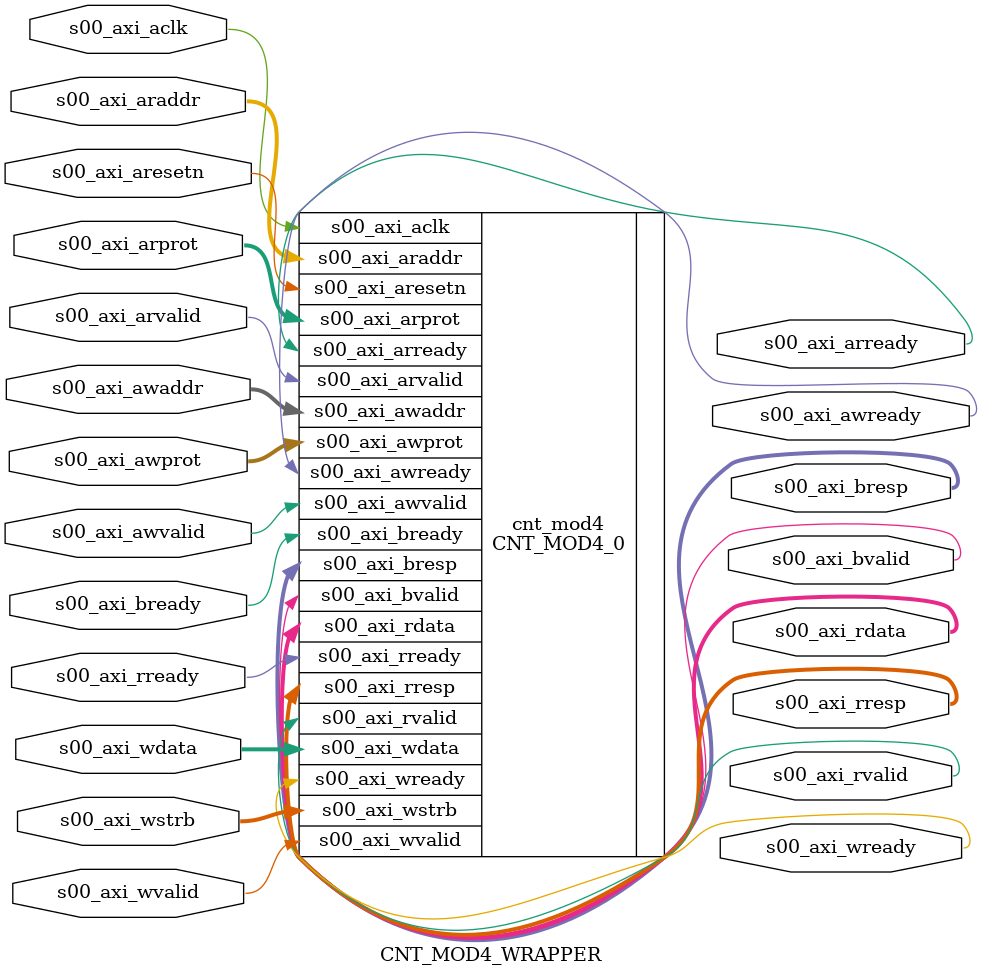
<source format=v>
`timescale 1ns / 1ps


module CNT_MOD4_WRAPPER(
        s00_axi_awaddr,
        s00_axi_awprot,
        s00_axi_awvalid,
        s00_axi_awready,
        s00_axi_wdata,
        s00_axi_wstrb,
        s00_axi_wvalid,
        s00_axi_wready,
        s00_axi_bresp,
        s00_axi_bvalid,
        s00_axi_bready,
        s00_axi_araddr,
        s00_axi_arprot,
        s00_axi_arvalid,
        s00_axi_arready,
        s00_axi_rdata,
        s00_axi_rresp,
        s00_axi_rvalid,
        s00_axi_rready,
        s00_axi_aclk,
        s00_axi_aresetn
    );

    input wire [3:0] s00_axi_awaddr;
    input wire [2:0] s00_axi_awprot;
    input wire s00_axi_awvalid;
    output wire s00_axi_awready;
    input wire [31:0] s00_axi_wdata;
    input wire [3:0] s00_axi_wstrb;
    input wire s00_axi_wvalid;
    output wire s00_axi_wready;
    output wire [1:0] s00_axi_bresp;
    output wire s00_axi_bvalid;
    input wire s00_axi_bready;
    input wire[3:0] s00_axi_araddr;
    input wire [2:0] s00_axi_arprot;
    input wire s00_axi_arvalid;
    output wire s00_axi_arready;
    output wire [31:0] s00_axi_rdata;
    output wire [1:0] s00_axi_rresp;
    output wire s00_axi_rvalid;
    input wire s00_axi_rready;
    input wire s00_axi_aclk;
    input wire s00_axi_aresetn;

    CNT_MOD4_0 cnt_mod4 (
        .s00_axi_awaddr(s00_axi_awaddr),    // input wire [3 : 0] s00_axi_awaddr
        .s00_axi_awprot(s00_axi_awprot),    // input wire [2 : 0] s00_axi_awprot
        .s00_axi_awvalid(s00_axi_awvalid),  // input wire s00_axi_awvalid
        .s00_axi_awready(s00_axi_awready),  // output wire s00_axi_awready
        .s00_axi_wdata(s00_axi_wdata),      // input wire [31 : 0] s00_axi_wdata
        .s00_axi_wstrb(s00_axi_wstrb),      // input wire [3 : 0] s00_axi_wstrb
        .s00_axi_wvalid(s00_axi_wvalid),    // input wire s00_axi_wvalid
        .s00_axi_wready(s00_axi_wready),    // output wire s00_axi_wready
        .s00_axi_bresp(s00_axi_bresp),      // output wire [1 : 0] s00_axi_bresp
        .s00_axi_bvalid(s00_axi_bvalid),    // output wire s00_axi_bvalid
        .s00_axi_bready(s00_axi_bready),    // input wire s00_axi_bready
        .s00_axi_araddr(s00_axi_araddr),    // input wire [3 : 0] s00_axi_araddr
        .s00_axi_arprot(s00_axi_arprot),    // input wire [2 : 0] s00_axi_arprot
        .s00_axi_arvalid(s00_axi_arvalid),  // input wire s00_axi_arvalid
        .s00_axi_arready(s00_axi_arready),  // output wire s00_axi_arready
        .s00_axi_rdata(s00_axi_rdata),      // output wire [31 : 0] s00_axi_rdata
        .s00_axi_rresp(s00_axi_rresp),      // output wire [1 : 0] s00_axi_rresp
        .s00_axi_rvalid(s00_axi_rvalid),    // output wire s00_axi_rvalid
        .s00_axi_rready(s00_axi_rready),    // input wire s00_axi_rready
        .s00_axi_aclk(s00_axi_aclk),        // input wire s00_axi_aclk
        .s00_axi_aresetn(s00_axi_aresetn)  // input wire s00_axi_aresetn
    );

endmodule

</source>
